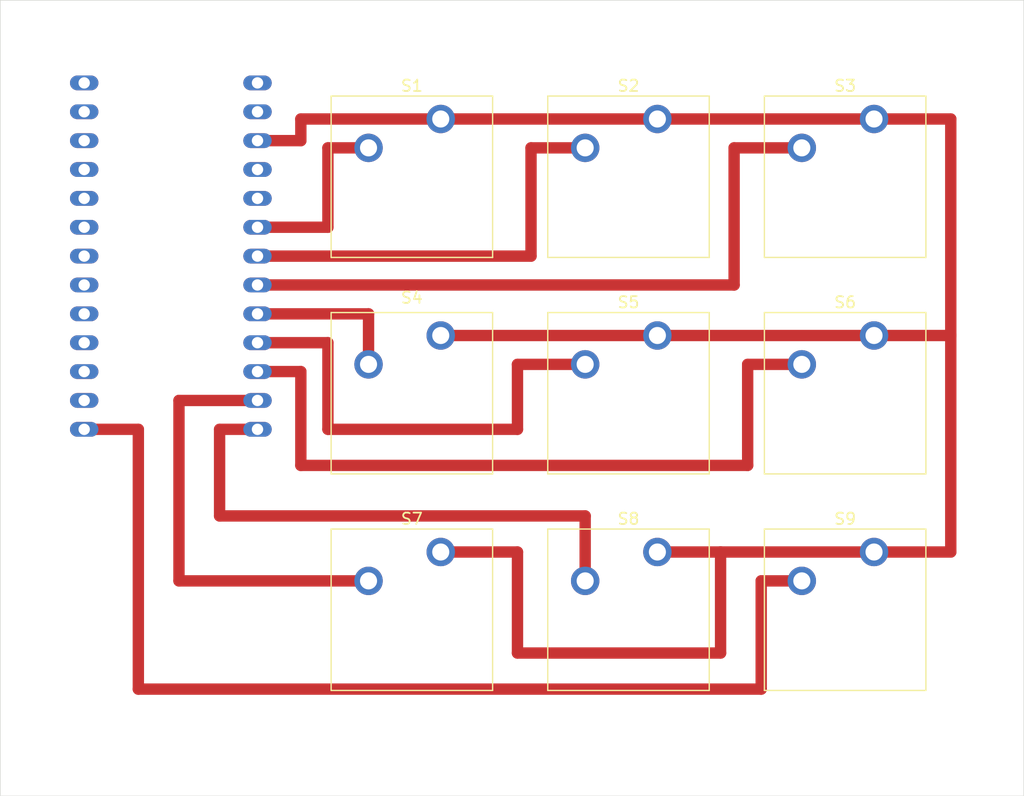
<source format=kicad_pcb>
(kicad_pcb (version 20240108) (generator "pcbnew") (generator_version "8.0")
  (layers (0 "F.Cu" signal) (31 "B.Cu" signal) (34 "B.Paste" user) (35 "F.Paste" user) (36 "B.SilkS" user "B.Silkscreen") (37 "F.SilkS" user "F.Silkscreen") (38 "B.Mask" user) (39 "F.Mask" user) (44 "Edge.Cuts" user))
  (net 0 "")
  (net 1 "S1")
  (net 2 "GND")
  (net 3 "S2")
  (net 4 "S3")
  (net 5 "S4")
  (net 6 "S5")
  (net 7 "S6")
  (net 8 "S7")
  (net 9 "S8")
  (net 10 "S9")
  (footprint "ScottoKeebs_MX:MX_PCB_1.00u" (layer "F.Cu") (at 162.08365 114.94875)
    (property "Reference" "S9" (at 0 -8 0) (layer "F.SilkS"))
    (property "Value" "Keyswitch")
    (fp_line (start -7.1 -7.1) (end -7.1 7.1) (stroke (width 0.12)) (layer "F.SilkS"))
    (fp_line (start -7.1 7.1) (end 7.1 7.1) (stroke (width 0.12)) (layer "F.SilkS"))
    (fp_line (start 7.1 -7.1) (end -7.1 -7.1) (stroke (width 0.12)) (layer "F.SilkS"))
    (fp_line (start 7.1 7.1) (end 7.1 -7.1) (stroke (width 0.12)) (layer "F.SilkS"))
    (pad "" np_thru_hole circle (at -5.08 0) (size 1.75 1.75) (drill 1.75) (layers "*.Cu" "*.Mask"))
    (pad "" np_thru_hole circle (at 0 0) (size 4 4) (drill 4) (layers "*.Cu" "*.Mask"))
    (pad "" np_thru_hole circle (at 5.08 0) (size 1.75 1.75) (drill 1.75) (layers "*.Cu" "*.Mask"))
    (pad "1" thru_hole circle (at -3.81 -2.54) (size 2.5 2.5) (drill 1.5) (layers "*.Cu" "*.Mask") (net 10 "S9"))
    (pad "2" thru_hole circle (at 2.54 -5.08) (size 2.5 2.5) (drill 1.5) (layers "*.Cu" "*.Mask") (net 2 "GND"))
  )
  (footprint "ScottoKeebs_MCU:Adafruit_KB2040" (layer "F.Cu") (at 102.780625 83.82375)
    (property "Reference" "U1" (hide yes))
    (property "Value" "~" (hide yes))
    (pad "1" thru_hole oval (at -7.61 -15.23 180) (size 2.5 1.3) (drill 1) (layers "*.Cu" "*.Mask"))
    (pad "2" thru_hole oval (at -7.61 -12.69 180) (size 2.5 1.3) (drill 1) (layers "*.Cu" "*.Mask"))
    (pad "3" thru_hole oval (at -7.61 -10.15 180) (size 2.5 1.3) (drill 1) (layers "*.Cu" "*.Mask"))
    (pad "4" thru_hole oval (at -7.61 -7.61 180) (size 2.5 1.3) (drill 1) (layers "*.Cu" "*.Mask"))
    (pad "5" thru_hole oval (at -7.61 -5.07 180) (size 2.5 1.3) (drill 1) (layers "*.Cu" "*.Mask"))
    (pad "6" thru_hole oval (at -7.61 -2.53 180) (size 2.5 1.3) (drill 1) (layers "*.Cu" "*.Mask"))
    (pad "7" thru_hole oval (at -7.61 0.01 180) (size 2.5 1.3) (drill 1) (layers "*.Cu" "*.Mask"))
    (pad "8" thru_hole oval (at -7.61 2.55 180) (size 2.5 1.3) (drill 1) (layers "*.Cu" "*.Mask"))
    (pad "9" thru_hole oval (at -7.61 5.09 180) (size 2.5 1.3) (drill 1) (layers "*.Cu" "*.Mask"))
    (pad "10" thru_hole oval (at -7.61 7.63 180) (size 2.5 1.3) (drill 1) (layers "*.Cu" "*.Mask"))
    (pad "11" thru_hole oval (at -7.61 10.17 180) (size 2.5 1.3) (drill 1) (layers "*.Cu" "*.Mask"))
    (pad "12" thru_hole oval (at -7.61 12.71 180) (size 2.5 1.3) (drill 1) (layers "*.Cu" "*.Mask"))
    (pad "13" thru_hole oval (at -7.61 15.25 180) (size 2.5 1.3) (drill 1) (layers "*.Cu" "*.Mask") (net 10 "S9"))
    (pad "14" thru_hole oval (at 7.63 -15.23 180) (size 2.5 1.3) (drill 1) (layers "*.Cu" "*.Mask"))
    (pad "15" thru_hole oval (at 7.63 -12.69 180) (size 2.5 1.3) (drill 1) (layers "*.Cu" "*.Mask"))
    (pad "16" thru_hole oval (at 7.63 -10.15 180) (size 2.5 1.3) (drill 1) (layers "*.Cu" "*.Mask") (net 2 "GND"))
    (pad "17" thru_hole oval (at 7.63 -7.61 180) (size 2.5 1.3) (drill 1) (layers "*.Cu" "*.Mask"))
    (pad "18" thru_hole oval (at 7.63 -5.07 180) (size 2.5 1.3) (drill 1) (layers "*.Cu" "*.Mask"))
    (pad "19" thru_hole oval (at 7.63 -2.53 180) (size 2.5 1.3) (drill 1) (layers "*.Cu" "*.Mask") (net 1 "S1"))
    (pad "20" thru_hole oval (at 7.63 0.01 180) (size 2.5 1.3) (drill 1) (layers "*.Cu" "*.Mask") (net 3 "S2"))
    (pad "21" thru_hole oval (at 7.63 2.55 180) (size 2.5 1.3) (drill 1) (layers "*.Cu" "*.Mask") (net 4 "S3"))
    (pad "22" thru_hole oval (at 7.63 5.09 180) (size 2.5 1.3) (drill 1) (layers "*.Cu" "*.Mask") (net 5 "S4"))
    (pad "23" thru_hole oval (at 7.63 7.63 180) (size 2.5 1.3) (drill 1) (layers "*.Cu" "*.Mask") (net 6 "S5"))
    (pad "24" thru_hole oval (at 7.63 10.17 180) (size 2.5 1.3) (drill 1) (layers "*.Cu" "*.Mask") (net 7 "S6"))
    (pad "25" thru_hole oval (at 7.63 12.71 180) (size 2.5 1.3) (drill 1) (layers "*.Cu" "*.Mask") (net 8 "S7"))
    (pad "26" thru_hole oval (at 7.63 15.25 180) (size 2.5 1.3) (drill 1) (layers "*.Cu" "*.Mask") (net 9 "S8"))
  )
  (footprint "ScottoKeebs_MX:MX_PCB_1.00u" (layer "F.Cu") (at 123.98365 95.89875)
    (property "Reference" "S4" (at 0 -8.40625 0) (layer "F.SilkS"))
    (property "Value" "Keyswitch")
    (fp_line (start -7.1 -7.1) (end -7.1 7.1) (stroke (width 0.12)) (layer "F.SilkS"))
    (fp_line (start -7.1 7.1) (end 7.1 7.1) (stroke (width 0.12)) (layer "F.SilkS"))
    (fp_line (start 7.1 -7.1) (end -7.1 -7.1) (stroke (width 0.12)) (layer "F.SilkS"))
    (fp_line (start 7.1 7.1) (end 7.1 -7.1) (stroke (width 0.12)) (layer "F.SilkS"))
    (pad "" np_thru_hole circle (at -5.08 0) (size 1.75 1.75) (drill 1.75) (layers "*.Cu" "*.Mask"))
    (pad "" np_thru_hole circle (at 0 0) (size 4 4) (drill 4) (layers "*.Cu" "*.Mask"))
    (pad "" np_thru_hole circle (at 5.08 0) (size 1.75 1.75) (drill 1.75) (layers "*.Cu" "*.Mask"))
    (pad "1" thru_hole circle (at -3.81 -2.54) (size 2.5 2.5) (drill 1.5) (layers "*.Cu" "*.Mask") (net 5 "S4"))
    (pad "2" thru_hole circle (at 2.54 -5.08) (size 2.5 2.5) (drill 1.5) (layers "*.Cu" "*.Mask") (net 2 "GND"))
  )
  (footprint "ScottoKeebs_MX:MX_PCB_1.00u" (layer "F.Cu") (at 162.08365 76.84875)
    (property "Reference" "S3" (at 0 -8 0) (layer "F.SilkS"))
    (property "Value" "Keyswitch")
    (fp_line (start -7.1 -7.1) (end -7.1 7.1) (stroke (width 0.12)) (layer "F.SilkS"))
    (fp_line (start -7.1 7.1) (end 7.1 7.1) (stroke (width 0.12)) (layer "F.SilkS"))
    (fp_line (start 7.1 -7.1) (end -7.1 -7.1) (stroke (width 0.12)) (layer "F.SilkS"))
    (fp_line (start 7.1 7.1) (end 7.1 -7.1) (stroke (width 0.12)) (layer "F.SilkS"))
    (pad "" np_thru_hole circle (at -5.08 0) (size 1.75 1.75) (drill 1.75) (layers "*.Cu" "*.Mask"))
    (pad "" np_thru_hole circle (at 0 0) (size 4 4) (drill 4) (layers "*.Cu" "*.Mask"))
    (pad "" np_thru_hole circle (at 5.08 0) (size 1.75 1.75) (drill 1.75) (layers "*.Cu" "*.Mask"))
    (pad "1" thru_hole circle (at -3.81 -2.54) (size 2.5 2.5) (drill 1.5) (layers "*.Cu" "*.Mask") (net 4 "S3"))
    (pad "2" thru_hole circle (at 2.54 -5.08) (size 2.5 2.5) (drill 1.5) (layers "*.Cu" "*.Mask") (net 2 "GND"))
  )
  (footprint "ScottoKeebs_MX:MX_PCB_1.00u" (layer "F.Cu") (at 143.03365 95.89875)
    (property "Reference" "S5" (at 0 -8 0) (layer "F.SilkS"))
    (property "Value" "Keyswitch")
    (fp_line (start -7.1 -7.1) (end -7.1 7.1) (stroke (width 0.12)) (layer "F.SilkS"))
    (fp_line (start -7.1 7.1) (end 7.1 7.1) (stroke (width 0.12)) (layer "F.SilkS"))
    (fp_line (start 7.1 -7.1) (end -7.1 -7.1) (stroke (width 0.12)) (layer "F.SilkS"))
    (fp_line (start 7.1 7.1) (end 7.1 -7.1) (stroke (width 0.12)) (layer "F.SilkS"))
    (pad "" np_thru_hole circle (at -5.08 0) (size 1.75 1.75) (drill 1.75) (layers "*.Cu" "*.Mask"))
    (pad "" np_thru_hole circle (at 0 0) (size 4 4) (drill 4) (layers "*.Cu" "*.Mask"))
    (pad "" np_thru_hole circle (at 5.08 0) (size 1.75 1.75) (drill 1.75) (layers "*.Cu" "*.Mask"))
    (pad "1" thru_hole circle (at -3.81 -2.54) (size 2.5 2.5) (drill 1.5) (layers "*.Cu" "*.Mask") (net 6 "S5"))
    (pad "2" thru_hole circle (at 2.54 -5.08) (size 2.5 2.5) (drill 1.5) (layers "*.Cu" "*.Mask") (net 2 "GND"))
  )
  (footprint "ScottoKeebs_MX:MX_PCB_1.00u" (layer "F.Cu") (at 143.03365 114.94875)
    (property "Reference" "S8" (at 0 -8 0) (layer "F.SilkS"))
    (property "Value" "Keyswitch")
    (fp_line (start -7.1 -7.1) (end -7.1 7.1) (stroke (width 0.12)) (layer "F.SilkS"))
    (fp_line (start -7.1 7.1) (end 7.1 7.1) (stroke (width 0.12)) (layer "F.SilkS"))
    (fp_line (start 7.1 -7.1) (end -7.1 -7.1) (stroke (width 0.12)) (layer "F.SilkS"))
    (fp_line (start 7.1 7.1) (end 7.1 -7.1) (stroke (width 0.12)) (layer "F.SilkS"))
    (pad "" np_thru_hole circle (at -5.08 0) (size 1.75 1.75) (drill 1.75) (layers "*.Cu" "*.Mask"))
    (pad "" np_thru_hole circle (at 0 0) (size 4 4) (drill 4) (layers "*.Cu" "*.Mask"))
    (pad "" np_thru_hole circle (at 5.08 0) (size 1.75 1.75) (drill 1.75) (layers "*.Cu" "*.Mask"))
    (pad "1" thru_hole circle (at -3.81 -2.54) (size 2.5 2.5) (drill 1.5) (layers "*.Cu" "*.Mask") (net 9 "S8"))
    (pad "2" thru_hole circle (at 2.54 -5.08) (size 2.5 2.5) (drill 1.5) (layers "*.Cu" "*.Mask") (net 2 "GND"))
  )
  (footprint "ScottoKeebs_MX:MX_PCB_1.00u" (layer "F.Cu") (at 123.98365 76.84875)
    (property "Reference" "S1" (at 0 -8 0) (layer "F.SilkS"))
    (property "Value" "Keyswitch")
    (fp_line (start -7.1 -7.1) (end -7.1 7.1) (stroke (width 0.12)) (layer "F.SilkS"))
    (fp_line (start -7.1 7.1) (end 7.1 7.1) (stroke (width 0.12)) (layer "F.SilkS"))
    (fp_line (start 7.1 -7.1) (end -7.1 -7.1) (stroke (width 0.12)) (layer "F.SilkS"))
    (fp_line (start 7.1 7.1) (end 7.1 -7.1) (stroke (width 0.12)) (layer "F.SilkS"))
    (pad "" np_thru_hole circle (at -5.08 0) (size 1.75 1.75) (drill 1.75) (layers "*.Cu" "*.Mask"))
    (pad "" np_thru_hole circle (at 0 0) (size 4 4) (drill 4) (layers "*.Cu" "*.Mask"))
    (pad "" np_thru_hole circle (at 5.08 0) (size 1.75 1.75) (drill 1.75) (layers "*.Cu" "*.Mask"))
    (pad "1" thru_hole circle (at -3.81 -2.54) (size 2.5 2.5) (drill 1.5) (layers "*.Cu" "*.Mask") (net 1 "S1"))
    (pad "2" thru_hole circle (at 2.54 -5.08) (size 2.5 2.5) (drill 1.5) (layers "*.Cu" "*.Mask") (net 2 "GND"))
  )
  (footprint "ScottoKeebs_MX:MX_PCB_1.00u" (layer "F.Cu") (at 143.03365 76.84875)
    (property "Reference" "S2" (at 0 -8 0) (layer "F.SilkS"))
    (property "Value" "Keyswitch")
    (fp_line (start -7.1 -7.1) (end -7.1 7.1) (stroke (width 0.12)) (layer "F.SilkS"))
    (fp_line (start -7.1 7.1) (end 7.1 7.1) (stroke (width 0.12)) (layer "F.SilkS"))
    (fp_line (start 7.1 -7.1) (end -7.1 -7.1) (stroke (width 0.12)) (layer "F.SilkS"))
    (fp_line (start 7.1 7.1) (end 7.1 -7.1) (stroke (width 0.12)) (layer "F.SilkS"))
    (pad "" np_thru_hole circle (at -5.08 0) (size 1.75 1.75) (drill 1.75) (layers "*.Cu" "*.Mask"))
    (pad "" np_thru_hole circle (at 0 0) (size 4 4) (drill 4) (layers "*.Cu" "*.Mask"))
    (pad "" np_thru_hole circle (at 5.08 0) (size 1.75 1.75) (drill 1.75) (layers "*.Cu" "*.Mask"))
    (pad "1" thru_hole circle (at -3.81 -2.54) (size 2.5 2.5) (drill 1.5) (layers "*.Cu" "*.Mask") (net 3 "S2"))
    (pad "2" thru_hole circle (at 2.54 -5.08) (size 2.5 2.5) (drill 1.5) (layers "*.Cu" "*.Mask") (net 2 "GND"))
  )
  (footprint "ScottoKeebs_MX:MX_PCB_1.00u" (layer "F.Cu") (at 123.98365 114.94875)
    (property "Reference" "S7" (at 0 -8 0) (layer "F.SilkS"))
    (property "Value" "Keyswitch")
    (fp_line (start -7.1 -7.1) (end -7.1 7.1) (stroke (width 0.12)) (layer "F.SilkS"))
    (fp_line (start -7.1 7.1) (end 7.1 7.1) (stroke (width 0.12)) (layer "F.SilkS"))
    (fp_line (start 7.1 -7.1) (end -7.1 -7.1) (stroke (width 0.12)) (layer "F.SilkS"))
    (fp_line (start 7.1 7.1) (end 7.1 -7.1) (stroke (width 0.12)) (layer "F.SilkS"))
    (pad "" np_thru_hole circle (at -5.08 0) (size 1.75 1.75) (drill 1.75) (layers "*.Cu" "*.Mask"))
    (pad "" np_thru_hole circle (at 0 0) (size 4 4) (drill 4) (layers "*.Cu" "*.Mask"))
    (pad "" np_thru_hole circle (at 5.08 0) (size 1.75 1.75) (drill 1.75) (layers "*.Cu" "*.Mask"))
    (pad "1" thru_hole circle (at -3.81 -2.54) (size 2.5 2.5) (drill 1.5) (layers "*.Cu" "*.Mask") (net 8 "S7"))
    (pad "2" thru_hole circle (at 2.54 -5.08) (size 2.5 2.5) (drill 1.5) (layers "*.Cu" "*.Mask") (net 2 "GND"))
  )
  (footprint "ScottoKeebs_MX:MX_PCB_1.00u" (layer "F.Cu") (at 162.08365 95.89875)
    (property "Reference" "S6" (at 0 -8 0) (layer "F.SilkS"))
    (property "Value" "Keyswitch")
    (fp_line (start -7.1 -7.1) (end -7.1 7.1) (stroke (width 0.12)) (layer "F.SilkS"))
    (fp_line (start -7.1 7.1) (end 7.1 7.1) (stroke (width 0.12)) (layer "F.SilkS"))
    (fp_line (start 7.1 -7.1) (end -7.1 -7.1) (stroke (width 0.12)) (layer "F.SilkS"))
    (fp_line (start 7.1 7.1) (end 7.1 -7.1) (stroke (width 0.12)) (layer "F.SilkS"))
    (pad "" np_thru_hole circle (at -5.08 0) (size 1.75 1.75) (drill 1.75) (layers "*.Cu" "*.Mask"))
    (pad "" np_thru_hole circle (at 0 0) (size 4 4) (drill 4) (layers "*.Cu" "*.Mask"))
    (pad "" np_thru_hole circle (at 5.08 0) (size 1.75 1.75) (drill 1.75) (layers "*.Cu" "*.Mask"))
    (pad "1" thru_hole circle (at -3.81 -2.54) (size 2.5 2.5) (drill 1.5) (layers "*.Cu" "*.Mask") (net 7 "S6"))
    (pad "2" thru_hole circle (at 2.54 -5.08) (size 2.5 2.5) (drill 1.5) (layers "*.Cu" "*.Mask") (net 2 "GND"))
  )
  (gr_rect (start 87.7925 61.32375) (end 177.7925 131.32375) (stroke (width 0.05)) (fill none) (layer "Edge.Cuts"))
  (segment (start 120.17365 74.30875) (end 116.601875 74.30875) (width 1) (layer "F.Cu") (net 1))
  (segment (start 116.601875 74.30875) (end 116.601875 81.29375) (width 1) (layer "F.Cu") (net 1))
  (segment (start 116.601875 81.29375) (end 110.410625 81.29375) (width 1) (layer "F.Cu") (net 1))
  (segment (start 120.17365 74.30875) (end 120.17375 74.30885) (width 1) (layer "F.Cu") (net 1))
  (segment (start 164.62365 109.86875) (end 151.13 109.86875) (width 1) (layer "F.Cu") (net 2))
  (segment (start 114.220625 71.76875) (end 114.220625 73.67375) (width 1) (layer "F.Cu") (net 2))
  (segment (start 171.370625 71.76875) (end 171.370625 90.81875) (width 1) (layer "F.Cu") (net 2))
  (segment (start 145.57365 71.76875) (end 126.52365 71.76875) (width 1) (layer "F.Cu") (net 2))
  (segment (start 126.52365 71.76875) (end 114.220625 71.76875) (width 1) (layer "F.Cu") (net 2))
  (segment (start 126.52365 109.86875) (end 133.270625 109.86875) (width 1) (layer "F.Cu") (net 2))
  (segment (start 164.62365 71.76875) (end 145.57365 71.76875) (width 1) (layer "F.Cu") (net 2))
  (segment (start 151.13 118.75875) (end 151.13 109.86875) (width 1) (layer "F.Cu") (net 2))
  (segment (start 114.220625 73.67375) (end 110.410625 73.67375) (width 1) (layer "F.Cu") (net 2))
  (segment (start 151.13 109.86875) (end 145.57365 109.86875) (width 1) (layer "F.Cu") (net 2))
  (segment (start 171.370625 109.86875) (end 164.62365 109.86875) (width 1) (layer "F.Cu") (net 2))
  (segment (start 171.370625 90.81875) (end 171.370625 109.86875) (width 1) (layer "F.Cu") (net 2))
  (segment (start 133.270625 118.75875) (end 151.13 118.75875) (width 1) (layer "F.Cu") (net 2))
  (segment (start 164.62365 71.76875) (end 171.370625 71.76875) (width 1) (layer "F.Cu") (net 2))
  (segment (start 171.370625 90.81875) (end 164.62365 90.81875) (width 1) (layer "F.Cu") (net 2))
  (segment (start 133.270625 109.86875) (end 133.270625 118.75875) (width 1) (layer "F.Cu") (net 2))
  (segment (start 145.57365 90.81875) (end 126.52365 90.81875) (width 1) (layer "F.Cu") (net 2))
  (segment (start 164.62365 90.81875) (end 145.57365 90.81875) (width 1) (layer "F.Cu") (net 2))
  (segment (start 134.46125 83.83375) (end 110.410625 83.83375) (width 1) (layer "F.Cu") (net 3))
  (segment (start 139.22365 74.30875) (end 134.46125 74.30875) (width 1) (layer "F.Cu") (net 3))
  (segment (start 134.46125 74.30875) (end 134.46125 83.83375) (width 1) (layer "F.Cu") (net 3))
  (segment (start 152.320625 74.30875) (end 152.320625 86.37375) (width 1) (layer "F.Cu") (net 4))
  (segment (start 152.320625 86.37375) (end 110.410625 86.37375) (width 1) (layer "F.Cu") (net 4))
  (segment (start 158.27365 74.30875) (end 152.320625 74.30875) (width 1) (layer "F.Cu") (net 4))
  (segment (start 120.17375 88.91375) (end 110.410625 88.91375) (width 1) (layer "F.Cu") (net 5))
  (segment (start 120.17365 93.35875) (end 120.17375 88.91375) (width 1) (layer "F.Cu") (net 5))
  (segment (start 139.22365 93.35875) (end 133.270625 93.35875) (width 1) (layer "F.Cu") (net 6))
  (segment (start 133.270625 93.35875) (end 133.270625 99.07375) (width 1) (layer "F.Cu") (net 6))
  (segment (start 133.270625 99.07375) (end 116.601875 99.07375) (width 1) (layer "F.Cu") (net 6))
  (segment (start 116.601875 91.45375) (end 110.410625 91.45375) (width 1) (layer "F.Cu") (net 6))
  (segment (start 116.601875 99.07375) (end 116.601875 91.45375) (width 1) (layer "F.Cu") (net 6))
  (segment (start 114.220625 102.24875) (end 114.220625 93.99375) (width 1) (layer "F.Cu") (net 7))
  (segment (start 153.51125 102.24875) (end 114.220625 102.24875) (width 1) (layer "F.Cu") (net 7))
  (segment (start 114.220625 93.99375) (end 110.410625 93.99375) (width 1) (layer "F.Cu") (net 7))
  (segment (start 153.51125 93.35875) (end 153.51125 102.24875) (width 1) (layer "F.Cu") (net 7))
  (segment (start 158.27365 93.35875) (end 153.51125 93.35875) (width 1) (layer "F.Cu") (net 7))
  (segment (start 120.17365 112.40875) (end 103.505 112.40875) (width 1) (layer "F.Cu") (net 8))
  (segment (start 103.505 96.53375) (end 110.410625 96.53375) (width 1) (layer "F.Cu") (net 8))
  (segment (start 103.505 112.40875) (end 103.505 96.53375) (width 1) (layer "F.Cu") (net 8))
  (segment (start 139.22375 106.69375) (end 107.076875 106.69375) (width 1) (layer "F.Cu") (net 9))
  (segment (start 107.076875 99.07375) (end 110.410625 99.07375) (width 1) (layer "F.Cu") (net 9))
  (segment (start 107.076875 106.69375) (end 107.076875 99.07375) (width 1) (layer "F.Cu") (net 9))
  (segment (start 139.22365 112.40875) (end 139.22375 106.69375) (width 1) (layer "F.Cu") (net 9))
  (segment (start 158.27365 112.40875) (end 154.701875 112.40875) (width 1) (layer "F.Cu") (net 10))
  (segment (start 154.701875 121.93375) (end 99.933125 121.93375) (width 1) (layer "F.Cu") (net 10))
  (segment (start 99.933125 99.07375) (end 95.170625 99.07375) (width 1) (layer "F.Cu") (net 10))
  (segment (start 154.701875 112.40875) (end 154.701875 121.93375) (width 1) (layer "F.Cu") (net 10))
  (segment (start 99.933125 121.93375) (end 99.933125 99.07375) (width 1) (layer "F.Cu") (net 10))
)
</source>
